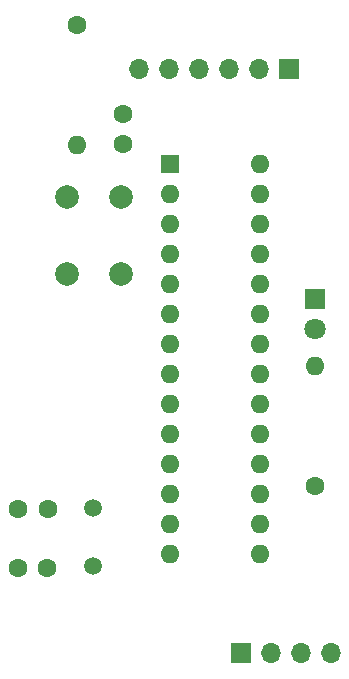
<source format=gbr>
%TF.GenerationSoftware,KiCad,Pcbnew,8.0.6-8.0.6-0~ubuntu22.04.1*%
%TF.CreationDate,2024-11-25T01:07:46+09:00*%
%TF.ProjectId,Cduino,43647569-6e6f-42e6-9b69-6361645f7063,rev?*%
%TF.SameCoordinates,Original*%
%TF.FileFunction,Soldermask,Bot*%
%TF.FilePolarity,Negative*%
%FSLAX46Y46*%
G04 Gerber Fmt 4.6, Leading zero omitted, Abs format (unit mm)*
G04 Created by KiCad (PCBNEW 8.0.6-8.0.6-0~ubuntu22.04.1) date 2024-11-25 01:07:46*
%MOMM*%
%LPD*%
G01*
G04 APERTURE LIST*
%ADD10R,1.700000X1.700000*%
%ADD11O,1.700000X1.700000*%
%ADD12C,2.000000*%
%ADD13C,1.600000*%
%ADD14C,1.500000*%
%ADD15O,1.600000X1.600000*%
%ADD16R,1.800000X1.800000*%
%ADD17C,1.800000*%
%ADD18R,1.600000X1.600000*%
G04 APERTURE END LIST*
D10*
%TO.C,J1*%
X140240000Y-54950000D03*
D11*
X137700000Y-54950000D03*
X135160000Y-54950000D03*
X132620000Y-54950000D03*
X130080000Y-54950000D03*
X127540000Y-54950000D03*
%TD*%
D12*
%TO.C,SW1*%
X125950000Y-65800000D03*
X125950000Y-72300000D03*
X121450000Y-65800000D03*
X121450000Y-72300000D03*
%TD*%
D13*
%TO.C,C1*%
X126150000Y-61300000D03*
X126150000Y-58800000D03*
%TD*%
%TO.C,C3*%
X119800000Y-92200000D03*
X117300000Y-92200000D03*
%TD*%
D14*
%TO.C,Y1*%
X123650000Y-92150000D03*
X123650000Y-97050000D03*
%TD*%
D13*
%TO.C,R1*%
X122250000Y-51270000D03*
D15*
X122250000Y-61430000D03*
%TD*%
D13*
%TO.C,R2*%
X142400000Y-90280000D03*
D15*
X142400000Y-80120000D03*
%TD*%
D13*
%TO.C,C2*%
X119750000Y-97200000D03*
X117250000Y-97200000D03*
%TD*%
D16*
%TO.C,D1*%
X142400000Y-74425000D03*
D17*
X142400000Y-76965000D03*
%TD*%
D18*
%TO.C,U1*%
X130170000Y-63000000D03*
D15*
X130170000Y-65540000D03*
X130170000Y-68080000D03*
X130170000Y-70620000D03*
X130170000Y-73160000D03*
X130170000Y-75700000D03*
X130170000Y-78240000D03*
X130170000Y-80780000D03*
X130170000Y-83320000D03*
X130170000Y-85860000D03*
X130170000Y-88400000D03*
X130170000Y-90940000D03*
X130170000Y-93480000D03*
X130170000Y-96020000D03*
X137790000Y-96020000D03*
X137790000Y-93480000D03*
X137790000Y-90940000D03*
X137790000Y-88400000D03*
X137790000Y-85860000D03*
X137790000Y-83320000D03*
X137790000Y-80780000D03*
X137790000Y-78240000D03*
X137790000Y-75700000D03*
X137790000Y-73160000D03*
X137790000Y-70620000D03*
X137790000Y-68080000D03*
X137790000Y-65540000D03*
X137790000Y-63000000D03*
%TD*%
D10*
%TO.C,J2*%
X136160000Y-104400000D03*
D11*
X138700000Y-104400000D03*
X141240000Y-104400000D03*
X143780000Y-104400000D03*
%TD*%
M02*

</source>
